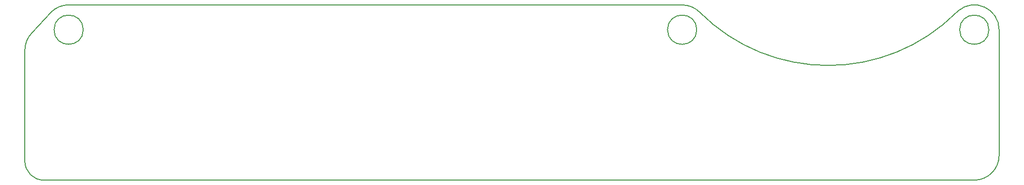
<source format=gm1>
G04 #@! TF.GenerationSoftware,KiCad,Pcbnew,(5.1.9-0-10_14)*
G04 #@! TF.CreationDate,2023-02-12T16:19:48-05:00*
G04 #@! TF.ProjectId,LiBCM-Daughterboard,4c694243-4d2d-4446-9175-676874657262,A*
G04 #@! TF.SameCoordinates,Original*
G04 #@! TF.FileFunction,Profile,NP*
%FSLAX46Y46*%
G04 Gerber Fmt 4.6, Leading zero omitted, Abs format (unit mm)*
G04 Created by KiCad (PCBNEW (5.1.9-0-10_14)) date 2023-02-12 16:19:48*
%MOMM*%
%LPD*%
G01*
G04 APERTURE LIST*
G04 #@! TA.AperFunction,Profile*
%ADD10C,0.150000*%
G04 #@! TD*
G04 APERTURE END LIST*
D10*
X256749999Y-126999999D02*
X257004745Y-126755608D01*
X100500000Y-155750000D02*
G75*
G02*
X97250000Y-152500000I0J3250000D01*
G01*
X97257359Y-133500000D02*
G75*
G02*
X98500000Y-130500000I4242641J0D01*
G01*
X264000000Y-151500000D02*
G75*
G02*
X259750000Y-155750000I-4250000J0D01*
G01*
X100500000Y-155750000D02*
X259750000Y-155750000D01*
X101744796Y-126994796D02*
X98500000Y-130500000D01*
X97250000Y-152500000D02*
X97257359Y-133500000D01*
X101744796Y-126994796D02*
G75*
G02*
X104750000Y-125750000I3005204J-3005204D01*
G01*
X264000000Y-130000000D02*
X264000000Y-151500000D01*
X257004745Y-126755608D02*
G75*
G02*
X264000000Y-130000000I2745255J-3244392D01*
G01*
X209750000Y-125757359D02*
G75*
G02*
X212750000Y-127000000I0J-4242641D01*
G01*
X256749999Y-126999999D02*
G75*
G02*
X212750001Y-126999999I-21999999J21999999D01*
G01*
X104750000Y-125750000D02*
X209750000Y-125757359D01*
X262250000Y-130000000D02*
G75*
G03*
X262250000Y-130000000I-2500000J0D01*
G01*
X107250000Y-130000000D02*
G75*
G03*
X107250000Y-130000000I-2500000J0D01*
G01*
X212250000Y-130000000D02*
G75*
G03*
X212250000Y-130000000I-2500000J0D01*
G01*
M02*

</source>
